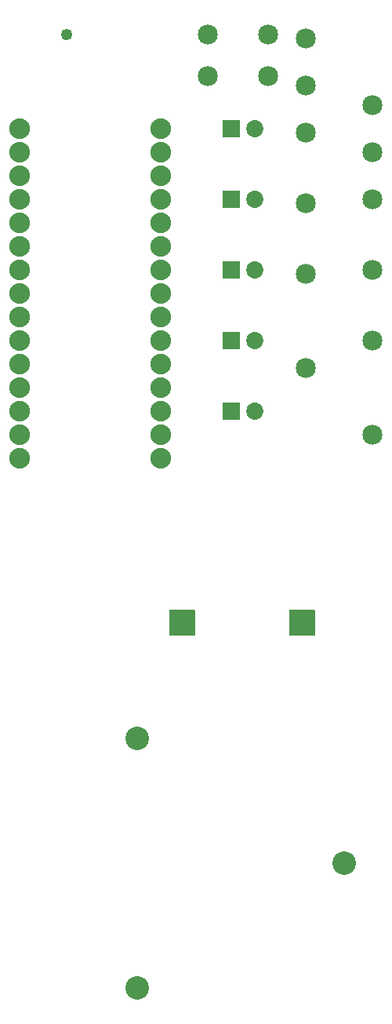
<source format=gts>
G04 MADE WITH FRITZING*
G04 WWW.FRITZING.ORG*
G04 DOUBLE SIDED*
G04 HOLES PLATED*
G04 CONTOUR ON CENTER OF CONTOUR VECTOR*
%ASAXBY*%
%FSLAX23Y23*%
%MOIN*%
%OFA0B0*%
%SFA1.0B1.0*%
%ADD10C,0.085000*%
%ADD11C,0.072992*%
%ADD12C,0.110000*%
%ADD13C,0.100000*%
%ADD14C,0.088000*%
%ADD15C,0.049370*%
%ADD16R,0.072992X0.072992*%
%ADD17R,0.001000X0.001000*%
%LNMASK1*%
G90*
G70*
G54D10*
X1483Y4501D03*
X1766Y4218D03*
X1483Y4301D03*
X1766Y4018D03*
X1483Y4001D03*
X1766Y3718D03*
X1483Y3701D03*
X1766Y3418D03*
X1483Y3301D03*
X1766Y3018D03*
G54D11*
X1166Y4318D03*
X1264Y4318D03*
X1166Y4018D03*
X1264Y4018D03*
X1166Y3718D03*
X1264Y3718D03*
X1166Y3418D03*
X1264Y3418D03*
X1166Y3118D03*
X1264Y3118D03*
G54D12*
X956Y2218D03*
X1466Y2218D03*
G54D13*
X1646Y1198D03*
X766Y668D03*
X766Y1728D03*
G54D12*
X956Y2218D03*
X1466Y2218D03*
G54D13*
X1646Y1198D03*
X766Y668D03*
X766Y1728D03*
G54D10*
X1322Y4540D03*
X1066Y4540D03*
X1322Y4718D03*
X1066Y4718D03*
X1483Y4701D03*
X1766Y4418D03*
G54D14*
X866Y2918D03*
X866Y3018D03*
X866Y3118D03*
X866Y3218D03*
X866Y3318D03*
X866Y3418D03*
X866Y3518D03*
X866Y3618D03*
X866Y3718D03*
X866Y3818D03*
X866Y3918D03*
X866Y4018D03*
X866Y4118D03*
X866Y4218D03*
X866Y4318D03*
X266Y4318D03*
X266Y4218D03*
X266Y4118D03*
X266Y4018D03*
X266Y3918D03*
X266Y3818D03*
X266Y3718D03*
X266Y3618D03*
X266Y3518D03*
X266Y3418D03*
X266Y3318D03*
X266Y3218D03*
X266Y3118D03*
X266Y3018D03*
X266Y2918D03*
G54D15*
X466Y4718D03*
G54D16*
X1166Y4318D03*
X1166Y4018D03*
X1166Y3718D03*
X1166Y3418D03*
X1166Y3118D03*
G54D17*
X902Y2273D02*
X1010Y2273D01*
X1412Y2273D02*
X1520Y2273D01*
X902Y2272D02*
X1011Y2272D01*
X1412Y2272D02*
X1521Y2272D01*
X902Y2271D02*
X1011Y2271D01*
X1412Y2271D02*
X1521Y2271D01*
X902Y2270D02*
X1011Y2270D01*
X1412Y2270D02*
X1521Y2270D01*
X902Y2269D02*
X1011Y2269D01*
X1412Y2269D02*
X1521Y2269D01*
X902Y2268D02*
X1011Y2268D01*
X1412Y2268D02*
X1521Y2268D01*
X902Y2267D02*
X1011Y2267D01*
X1412Y2267D02*
X1521Y2267D01*
X902Y2266D02*
X1011Y2266D01*
X1412Y2266D02*
X1521Y2266D01*
X902Y2265D02*
X1011Y2265D01*
X1412Y2265D02*
X1521Y2265D01*
X902Y2264D02*
X1011Y2264D01*
X1412Y2264D02*
X1521Y2264D01*
X902Y2263D02*
X1011Y2263D01*
X1412Y2263D02*
X1521Y2263D01*
X902Y2262D02*
X1011Y2262D01*
X1412Y2262D02*
X1521Y2262D01*
X902Y2261D02*
X1011Y2261D01*
X1412Y2261D02*
X1521Y2261D01*
X902Y2260D02*
X1011Y2260D01*
X1412Y2260D02*
X1521Y2260D01*
X902Y2259D02*
X1011Y2259D01*
X1412Y2259D02*
X1521Y2259D01*
X902Y2258D02*
X1011Y2258D01*
X1412Y2258D02*
X1521Y2258D01*
X902Y2257D02*
X1011Y2257D01*
X1412Y2257D02*
X1521Y2257D01*
X902Y2256D02*
X1011Y2256D01*
X1412Y2256D02*
X1521Y2256D01*
X902Y2255D02*
X1011Y2255D01*
X1412Y2255D02*
X1521Y2255D01*
X902Y2254D02*
X1011Y2254D01*
X1412Y2254D02*
X1521Y2254D01*
X902Y2253D02*
X955Y2253D01*
X957Y2253D02*
X1011Y2253D01*
X1412Y2253D02*
X1465Y2253D01*
X1467Y2253D02*
X1521Y2253D01*
X902Y2252D02*
X947Y2252D01*
X965Y2252D02*
X1011Y2252D01*
X1412Y2252D02*
X1457Y2252D01*
X1475Y2252D02*
X1521Y2252D01*
X902Y2251D02*
X944Y2251D01*
X969Y2251D02*
X1011Y2251D01*
X1412Y2251D02*
X1454Y2251D01*
X1478Y2251D02*
X1521Y2251D01*
X902Y2250D02*
X941Y2250D01*
X971Y2250D02*
X1011Y2250D01*
X1412Y2250D02*
X1451Y2250D01*
X1481Y2250D02*
X1521Y2250D01*
X902Y2249D02*
X939Y2249D01*
X973Y2249D02*
X1011Y2249D01*
X1412Y2249D02*
X1449Y2249D01*
X1483Y2249D02*
X1521Y2249D01*
X902Y2248D02*
X938Y2248D01*
X975Y2248D02*
X1011Y2248D01*
X1412Y2248D02*
X1447Y2248D01*
X1485Y2248D02*
X1521Y2248D01*
X902Y2247D02*
X936Y2247D01*
X976Y2247D02*
X1011Y2247D01*
X1412Y2247D02*
X1446Y2247D01*
X1486Y2247D02*
X1521Y2247D01*
X902Y2246D02*
X935Y2246D01*
X978Y2246D02*
X1011Y2246D01*
X1412Y2246D02*
X1445Y2246D01*
X1488Y2246D02*
X1521Y2246D01*
X902Y2245D02*
X933Y2245D01*
X979Y2245D02*
X1011Y2245D01*
X1412Y2245D02*
X1443Y2245D01*
X1489Y2245D02*
X1521Y2245D01*
X902Y2244D02*
X932Y2244D01*
X980Y2244D02*
X1011Y2244D01*
X1412Y2244D02*
X1442Y2244D01*
X1490Y2244D02*
X1521Y2244D01*
X902Y2243D02*
X931Y2243D01*
X981Y2243D02*
X1011Y2243D01*
X1412Y2243D02*
X1441Y2243D01*
X1491Y2243D02*
X1521Y2243D01*
X902Y2242D02*
X930Y2242D01*
X982Y2242D02*
X1011Y2242D01*
X1412Y2242D02*
X1440Y2242D01*
X1492Y2242D02*
X1521Y2242D01*
X902Y2241D02*
X929Y2241D01*
X983Y2241D02*
X1011Y2241D01*
X1412Y2241D02*
X1439Y2241D01*
X1493Y2241D02*
X1521Y2241D01*
X902Y2240D02*
X928Y2240D01*
X984Y2240D02*
X1011Y2240D01*
X1412Y2240D02*
X1438Y2240D01*
X1494Y2240D02*
X1521Y2240D01*
X902Y2239D02*
X928Y2239D01*
X985Y2239D02*
X1011Y2239D01*
X1412Y2239D02*
X1438Y2239D01*
X1495Y2239D02*
X1521Y2239D01*
X902Y2238D02*
X927Y2238D01*
X985Y2238D02*
X1011Y2238D01*
X1412Y2238D02*
X1437Y2238D01*
X1495Y2238D02*
X1521Y2238D01*
X902Y2237D02*
X926Y2237D01*
X986Y2237D02*
X1011Y2237D01*
X1412Y2237D02*
X1436Y2237D01*
X1496Y2237D02*
X1521Y2237D01*
X902Y2236D02*
X926Y2236D01*
X987Y2236D02*
X1011Y2236D01*
X1412Y2236D02*
X1435Y2236D01*
X1497Y2236D02*
X1521Y2236D01*
X902Y2235D02*
X925Y2235D01*
X987Y2235D02*
X1011Y2235D01*
X1412Y2235D02*
X1435Y2235D01*
X1497Y2235D02*
X1521Y2235D01*
X902Y2234D02*
X924Y2234D01*
X988Y2234D02*
X1011Y2234D01*
X1412Y2234D02*
X1434Y2234D01*
X1498Y2234D02*
X1521Y2234D01*
X902Y2233D02*
X924Y2233D01*
X988Y2233D02*
X1011Y2233D01*
X1412Y2233D02*
X1434Y2233D01*
X1498Y2233D02*
X1521Y2233D01*
X902Y2232D02*
X924Y2232D01*
X989Y2232D02*
X1011Y2232D01*
X1412Y2232D02*
X1433Y2232D01*
X1499Y2232D02*
X1521Y2232D01*
X902Y2231D02*
X923Y2231D01*
X989Y2231D02*
X1011Y2231D01*
X1412Y2231D02*
X1433Y2231D01*
X1499Y2231D02*
X1521Y2231D01*
X902Y2230D02*
X923Y2230D01*
X990Y2230D02*
X1011Y2230D01*
X1412Y2230D02*
X1433Y2230D01*
X1500Y2230D02*
X1521Y2230D01*
X902Y2229D02*
X922Y2229D01*
X990Y2229D02*
X1011Y2229D01*
X1412Y2229D02*
X1432Y2229D01*
X1500Y2229D02*
X1521Y2229D01*
X902Y2228D02*
X922Y2228D01*
X990Y2228D02*
X1011Y2228D01*
X1412Y2228D02*
X1432Y2228D01*
X1500Y2228D02*
X1521Y2228D01*
X902Y2227D02*
X922Y2227D01*
X991Y2227D02*
X1011Y2227D01*
X1412Y2227D02*
X1432Y2227D01*
X1500Y2227D02*
X1521Y2227D01*
X902Y2226D02*
X922Y2226D01*
X991Y2226D02*
X1011Y2226D01*
X1412Y2226D02*
X1431Y2226D01*
X1501Y2226D02*
X1521Y2226D01*
X902Y2225D02*
X921Y2225D01*
X991Y2225D02*
X1011Y2225D01*
X1412Y2225D02*
X1431Y2225D01*
X1501Y2225D02*
X1521Y2225D01*
X902Y2224D02*
X921Y2224D01*
X991Y2224D02*
X1011Y2224D01*
X1412Y2224D02*
X1431Y2224D01*
X1501Y2224D02*
X1521Y2224D01*
X902Y2223D02*
X921Y2223D01*
X991Y2223D02*
X1011Y2223D01*
X1412Y2223D02*
X1431Y2223D01*
X1501Y2223D02*
X1521Y2223D01*
X902Y2222D02*
X921Y2222D01*
X991Y2222D02*
X1011Y2222D01*
X1412Y2222D02*
X1431Y2222D01*
X1501Y2222D02*
X1521Y2222D01*
X902Y2221D02*
X921Y2221D01*
X992Y2221D02*
X1011Y2221D01*
X1412Y2221D02*
X1431Y2221D01*
X1501Y2221D02*
X1521Y2221D01*
X902Y2220D02*
X921Y2220D01*
X992Y2220D02*
X1011Y2220D01*
X1412Y2220D02*
X1431Y2220D01*
X1501Y2220D02*
X1521Y2220D01*
X902Y2219D02*
X921Y2219D01*
X992Y2219D02*
X1011Y2219D01*
X1412Y2219D02*
X1431Y2219D01*
X1502Y2219D02*
X1521Y2219D01*
X902Y2218D02*
X921Y2218D01*
X992Y2218D02*
X1011Y2218D01*
X1412Y2218D02*
X1431Y2218D01*
X1502Y2218D02*
X1521Y2218D01*
X902Y2217D02*
X921Y2217D01*
X992Y2217D02*
X1011Y2217D01*
X1412Y2217D02*
X1431Y2217D01*
X1502Y2217D02*
X1521Y2217D01*
X902Y2216D02*
X921Y2216D01*
X992Y2216D02*
X1011Y2216D01*
X1412Y2216D02*
X1431Y2216D01*
X1501Y2216D02*
X1521Y2216D01*
X902Y2215D02*
X921Y2215D01*
X992Y2215D02*
X1011Y2215D01*
X1412Y2215D02*
X1431Y2215D01*
X1501Y2215D02*
X1521Y2215D01*
X902Y2214D02*
X921Y2214D01*
X991Y2214D02*
X1011Y2214D01*
X1412Y2214D02*
X1431Y2214D01*
X1501Y2214D02*
X1521Y2214D01*
X902Y2213D02*
X921Y2213D01*
X991Y2213D02*
X1011Y2213D01*
X1412Y2213D02*
X1431Y2213D01*
X1501Y2213D02*
X1521Y2213D01*
X902Y2212D02*
X921Y2212D01*
X991Y2212D02*
X1011Y2212D01*
X1412Y2212D02*
X1431Y2212D01*
X1501Y2212D02*
X1521Y2212D01*
X902Y2211D02*
X921Y2211D01*
X991Y2211D02*
X1011Y2211D01*
X1412Y2211D02*
X1431Y2211D01*
X1501Y2211D02*
X1521Y2211D01*
X902Y2210D02*
X922Y2210D01*
X991Y2210D02*
X1011Y2210D01*
X1412Y2210D02*
X1431Y2210D01*
X1501Y2210D02*
X1521Y2210D01*
X902Y2209D02*
X922Y2209D01*
X991Y2209D02*
X1011Y2209D01*
X1412Y2209D02*
X1432Y2209D01*
X1500Y2209D02*
X1521Y2209D01*
X902Y2208D02*
X922Y2208D01*
X990Y2208D02*
X1011Y2208D01*
X1412Y2208D02*
X1432Y2208D01*
X1500Y2208D02*
X1521Y2208D01*
X902Y2207D02*
X922Y2207D01*
X990Y2207D02*
X1011Y2207D01*
X1412Y2207D02*
X1432Y2207D01*
X1500Y2207D02*
X1521Y2207D01*
X902Y2206D02*
X923Y2206D01*
X990Y2206D02*
X1011Y2206D01*
X1412Y2206D02*
X1433Y2206D01*
X1499Y2206D02*
X1521Y2206D01*
X902Y2205D02*
X923Y2205D01*
X989Y2205D02*
X1011Y2205D01*
X1412Y2205D02*
X1433Y2205D01*
X1499Y2205D02*
X1521Y2205D01*
X902Y2204D02*
X924Y2204D01*
X989Y2204D02*
X1011Y2204D01*
X1412Y2204D02*
X1433Y2204D01*
X1499Y2204D02*
X1521Y2204D01*
X902Y2203D02*
X924Y2203D01*
X988Y2203D02*
X1011Y2203D01*
X1412Y2203D02*
X1434Y2203D01*
X1498Y2203D02*
X1521Y2203D01*
X902Y2202D02*
X925Y2202D01*
X988Y2202D02*
X1011Y2202D01*
X1412Y2202D02*
X1434Y2202D01*
X1498Y2202D02*
X1521Y2202D01*
X902Y2201D02*
X925Y2201D01*
X987Y2201D02*
X1011Y2201D01*
X1412Y2201D02*
X1435Y2201D01*
X1497Y2201D02*
X1521Y2201D01*
X902Y2200D02*
X926Y2200D01*
X987Y2200D02*
X1011Y2200D01*
X1412Y2200D02*
X1436Y2200D01*
X1497Y2200D02*
X1521Y2200D01*
X902Y2199D02*
X926Y2199D01*
X986Y2199D02*
X1011Y2199D01*
X1412Y2199D02*
X1436Y2199D01*
X1496Y2199D02*
X1521Y2199D01*
X902Y2198D02*
X927Y2198D01*
X985Y2198D02*
X1011Y2198D01*
X1412Y2198D02*
X1437Y2198D01*
X1495Y2198D02*
X1521Y2198D01*
X902Y2197D02*
X928Y2197D01*
X985Y2197D02*
X1011Y2197D01*
X1412Y2197D02*
X1438Y2197D01*
X1495Y2197D02*
X1521Y2197D01*
X902Y2196D02*
X929Y2196D01*
X984Y2196D02*
X1011Y2196D01*
X1412Y2196D02*
X1438Y2196D01*
X1494Y2196D02*
X1521Y2196D01*
X902Y2195D02*
X929Y2195D01*
X983Y2195D02*
X1011Y2195D01*
X1412Y2195D02*
X1439Y2195D01*
X1493Y2195D02*
X1521Y2195D01*
X902Y2194D02*
X930Y2194D01*
X982Y2194D02*
X1011Y2194D01*
X1412Y2194D02*
X1440Y2194D01*
X1492Y2194D02*
X1521Y2194D01*
X902Y2193D02*
X931Y2193D01*
X981Y2193D02*
X1011Y2193D01*
X1412Y2193D02*
X1441Y2193D01*
X1491Y2193D02*
X1521Y2193D01*
X902Y2192D02*
X932Y2192D01*
X980Y2192D02*
X1011Y2192D01*
X1412Y2192D02*
X1442Y2192D01*
X1490Y2192D02*
X1521Y2192D01*
X902Y2191D02*
X933Y2191D01*
X979Y2191D02*
X1011Y2191D01*
X1412Y2191D02*
X1443Y2191D01*
X1489Y2191D02*
X1521Y2191D01*
X902Y2190D02*
X935Y2190D01*
X978Y2190D02*
X1011Y2190D01*
X1412Y2190D02*
X1445Y2190D01*
X1487Y2190D02*
X1521Y2190D01*
X902Y2189D02*
X936Y2189D01*
X976Y2189D02*
X1011Y2189D01*
X1412Y2189D02*
X1446Y2189D01*
X1486Y2189D02*
X1521Y2189D01*
X902Y2188D02*
X938Y2188D01*
X975Y2188D02*
X1011Y2188D01*
X1412Y2188D02*
X1448Y2188D01*
X1485Y2188D02*
X1521Y2188D01*
X902Y2187D02*
X939Y2187D01*
X973Y2187D02*
X1011Y2187D01*
X1412Y2187D02*
X1449Y2187D01*
X1483Y2187D02*
X1521Y2187D01*
X902Y2186D02*
X941Y2186D01*
X971Y2186D02*
X1011Y2186D01*
X1412Y2186D02*
X1451Y2186D01*
X1481Y2186D02*
X1521Y2186D01*
X902Y2185D02*
X944Y2185D01*
X968Y2185D02*
X1011Y2185D01*
X1412Y2185D02*
X1454Y2185D01*
X1478Y2185D02*
X1521Y2185D01*
X902Y2184D02*
X947Y2184D01*
X965Y2184D02*
X1011Y2184D01*
X1412Y2184D02*
X1457Y2184D01*
X1475Y2184D02*
X1521Y2184D01*
X902Y2183D02*
X1011Y2183D01*
X1412Y2183D02*
X1521Y2183D01*
X902Y2182D02*
X1011Y2182D01*
X1412Y2182D02*
X1521Y2182D01*
X902Y2181D02*
X1011Y2181D01*
X1412Y2181D02*
X1521Y2181D01*
X902Y2180D02*
X1011Y2180D01*
X1412Y2180D02*
X1521Y2180D01*
X902Y2179D02*
X1011Y2179D01*
X1412Y2179D02*
X1521Y2179D01*
X902Y2178D02*
X1011Y2178D01*
X1412Y2178D02*
X1521Y2178D01*
X902Y2177D02*
X1011Y2177D01*
X1412Y2177D02*
X1521Y2177D01*
X902Y2176D02*
X1011Y2176D01*
X1412Y2176D02*
X1521Y2176D01*
X902Y2175D02*
X1011Y2175D01*
X1412Y2175D02*
X1521Y2175D01*
X902Y2174D02*
X1011Y2174D01*
X1412Y2174D02*
X1521Y2174D01*
X902Y2173D02*
X1011Y2173D01*
X1412Y2173D02*
X1521Y2173D01*
X902Y2172D02*
X1011Y2172D01*
X1412Y2172D02*
X1521Y2172D01*
X902Y2171D02*
X1011Y2171D01*
X1412Y2171D02*
X1521Y2171D01*
X902Y2170D02*
X1011Y2170D01*
X1412Y2170D02*
X1521Y2170D01*
X902Y2169D02*
X1011Y2169D01*
X1412Y2169D02*
X1521Y2169D01*
X902Y2168D02*
X1011Y2168D01*
X1412Y2168D02*
X1521Y2168D01*
X902Y2167D02*
X1011Y2167D01*
X1412Y2167D02*
X1521Y2167D01*
X902Y2166D02*
X1011Y2166D01*
X1412Y2166D02*
X1521Y2166D01*
X902Y2165D02*
X1011Y2165D01*
X1412Y2165D02*
X1521Y2165D01*
X902Y2164D02*
X1011Y2164D01*
X1412Y2164D02*
X1521Y2164D01*
D02*
G04 End of Mask1*
M02*
</source>
